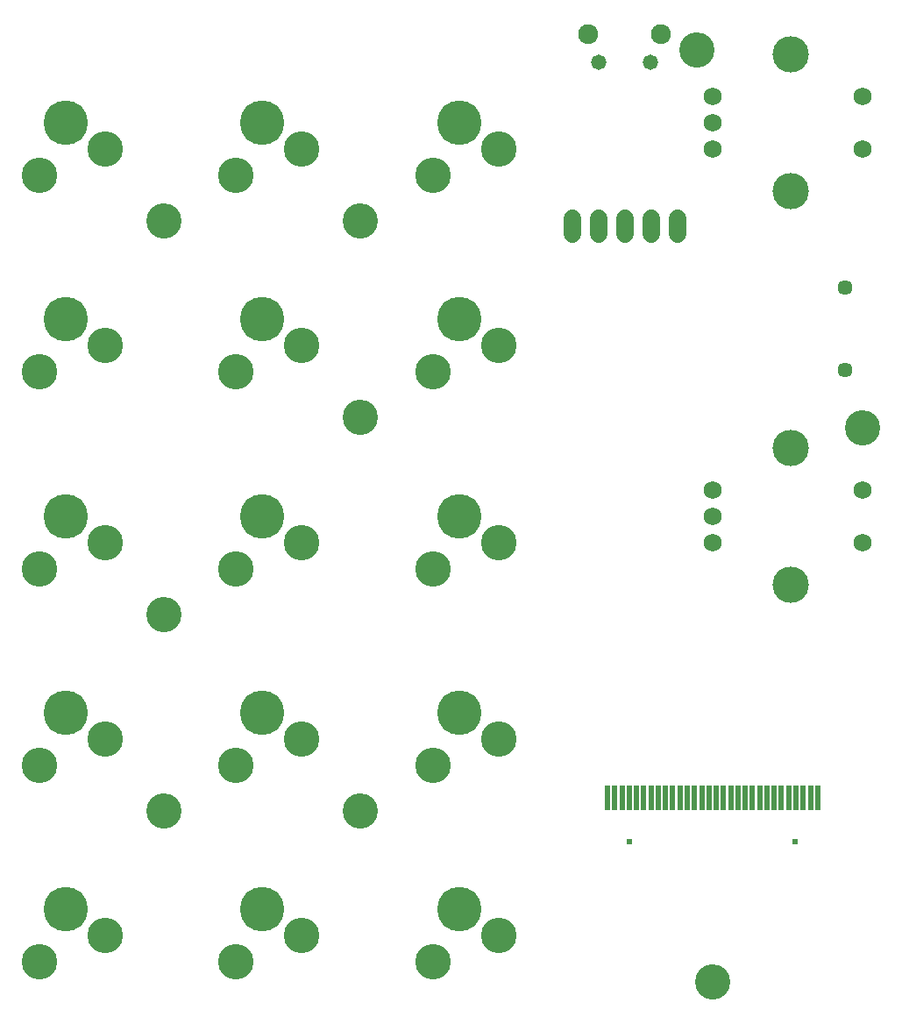
<source format=gbs>
G75*
%MOIN*%
%OFA0B0*%
%FSLAX25Y25*%
%IPPOS*%
%LPD*%
%AMOC8*
5,1,8,0,0,1.08239X$1,22.5*
%
%ADD10C,0.13500*%
%ADD11C,0.16900*%
%ADD12C,0.06800*%
%ADD13C,0.13800*%
%ADD14R,0.02178X0.09461*%
%ADD15C,0.02375*%
%ADD16C,0.05721*%
%ADD17C,0.06800*%
%ADD18C,0.07591*%
%ADD19C,0.05820*%
%ADD20C,0.13398*%
D10*
X0030770Y0020770D03*
X0055770Y0030770D03*
X0105573Y0020770D03*
X0130573Y0030770D03*
X0180376Y0020770D03*
X0205376Y0030770D03*
X0180376Y0095573D03*
X0205376Y0105573D03*
X0180376Y0170376D03*
X0205376Y0180376D03*
X0180376Y0245180D03*
X0205376Y0255180D03*
X0180376Y0319983D03*
X0205376Y0329983D03*
X0130573Y0329983D03*
X0105573Y0319983D03*
X0055770Y0329983D03*
X0030770Y0319983D03*
X0055770Y0255180D03*
X0030770Y0245180D03*
X0055770Y0180376D03*
X0030770Y0170376D03*
X0055770Y0105573D03*
X0030770Y0095573D03*
X0105573Y0095573D03*
X0130573Y0105573D03*
X0105573Y0170376D03*
X0130573Y0180376D03*
X0105573Y0245180D03*
X0130573Y0255180D03*
D11*
X0115573Y0265180D03*
X0115573Y0190376D03*
X0115573Y0115573D03*
X0115573Y0040770D03*
X0040770Y0040770D03*
X0040770Y0115573D03*
X0040770Y0190376D03*
X0040770Y0265180D03*
X0040770Y0339983D03*
X0115573Y0339983D03*
X0190376Y0339983D03*
X0190376Y0265180D03*
X0190376Y0190376D03*
X0190376Y0115573D03*
X0190376Y0040770D03*
D12*
X0286861Y0180376D03*
X0286861Y0190376D03*
X0286861Y0200376D03*
X0343861Y0200376D03*
X0343861Y0180376D03*
X0343861Y0329983D03*
X0343861Y0349983D03*
X0286861Y0349983D03*
X0286861Y0339983D03*
X0286861Y0329983D03*
D13*
X0316361Y0313983D03*
X0316361Y0365983D03*
X0316361Y0216376D03*
X0316361Y0164376D03*
D14*
X0315770Y0083290D03*
X0313014Y0083290D03*
X0310258Y0083290D03*
X0307502Y0083290D03*
X0304746Y0083290D03*
X0301991Y0083290D03*
X0299235Y0083290D03*
X0296479Y0083290D03*
X0293723Y0083290D03*
X0290967Y0083290D03*
X0288211Y0083290D03*
X0285455Y0083290D03*
X0282699Y0083290D03*
X0279943Y0083290D03*
X0277187Y0083290D03*
X0274431Y0083290D03*
X0271676Y0083290D03*
X0268920Y0083290D03*
X0266164Y0083290D03*
X0263408Y0083290D03*
X0260652Y0083290D03*
X0257896Y0083290D03*
X0255140Y0083290D03*
X0252384Y0083290D03*
X0249628Y0083290D03*
X0246872Y0083290D03*
X0318526Y0083290D03*
X0321282Y0083290D03*
X0324038Y0083290D03*
X0326794Y0083290D03*
D15*
X0318329Y0066557D03*
X0255337Y0066557D03*
D16*
X0337030Y0245888D03*
X0337030Y0277384D03*
D17*
X0273369Y0297613D02*
X0273369Y0303613D01*
X0263369Y0303613D02*
X0263369Y0297613D01*
X0253369Y0297613D02*
X0253369Y0303613D01*
X0243369Y0303613D02*
X0243369Y0297613D01*
X0233369Y0297613D02*
X0233369Y0303613D01*
D18*
X0239589Y0373447D03*
X0267148Y0373447D03*
D19*
X0263211Y0362817D03*
X0243526Y0362817D03*
D20*
X0280928Y0367542D03*
X0152975Y0302581D03*
X0152975Y0227778D03*
X0078172Y0302581D03*
X0078172Y0152975D03*
X0078172Y0078172D03*
X0152975Y0078172D03*
X0286833Y0013211D03*
X0343920Y0223841D03*
M02*

</source>
